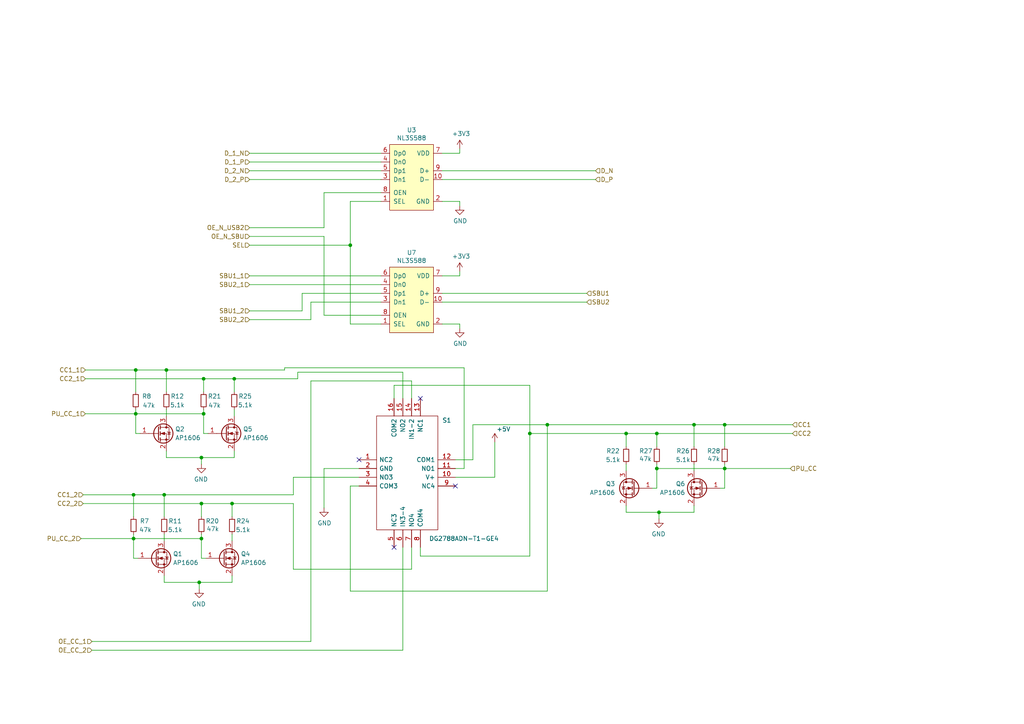
<source format=kicad_sch>
(kicad_sch (version 20231120) (generator "eeschema") (generator_version "8.0")
  (paper "A4")
  (lib_symbols
    (symbol "Device:R_Small" (pin_numbers hide) (pin_names (offset 0.254) hide)
      (property "Reference" "R" (at 0.762 0.508 0))
      (property "Value" "R_Small" (at 0.762 -1.016 0))
      (symbol "R_Small_0_1"
        (rectangle (start -0.762 1.778) (end 0.762 -1.778) (stroke (width 0.2032)))
      )
      (symbol "R_Small_1_1"
        (pin passive line (at 0 2.54 270) (length 0.762) (name "~") (number "1"))
        (pin passive line (at 0 -2.54 90) (length 0.762) (name "~") (number "2"))
      )
    )
    (symbol "Transistor_FET:2N7002" (pin_names hide)
      (property "Reference" "Q" (at 5.08 1.905 0))
      (property "Value" "2N7002" (at 5.08 0 0))
      (symbol "2N7002_0_1"
        (polyline (pts (xy 0.254 0) (xy -2.54 0)))
        (polyline (pts (xy 0.254 1.905) (xy 0.254 -1.905)) (stroke (width 0.254)))
        (polyline (pts (xy 0.762 -1.27) (xy 0.762 -2.286)) (stroke (width 0.254)))
        (polyline (pts (xy 0.762 0.508) (xy 0.762 -0.508)) (stroke (width 0.254)))
        (polyline (pts (xy 0.762 2.286) (xy 0.762 1.27)) (stroke (width 0.254)))
        (polyline (pts (xy 2.54 2.54) (xy 2.54 1.778)))
        (polyline (pts (xy 2.54 -2.54) (xy 2.54 0) (xy 0.762 0)))
        (polyline (pts (xy 0.762 -1.778) (xy 3.302 -1.778) (xy 3.302 1.778) (xy 0.762 1.778)))
        (polyline (pts (xy 1.016 0) (xy 2.032 0.381) (xy 2.032 -0.381) (xy 1.016 0)) (fill (type outline)))
        (polyline (pts (xy 2.794 0.508) (xy 2.921 0.381) (xy 3.683 0.381) (xy 3.81 0.254)))
        (polyline (pts (xy 3.302 0.381) (xy 2.921 -0.254) (xy 3.683 -0.254) (xy 3.302 0.381)))
        (circle (center 1.651 0) (radius 2.794) (stroke (width 0.254)))
        (circle (center 2.54 -1.778) (radius 0.254) (fill (type outline)))
        (circle (center 2.54 1.778) (radius 0.254) (fill (type outline)))
      )
      (symbol "2N7002_1_1"
        (pin input line (at -5.08 0 0) (length 2.54) (name "G") (number "1"))
        (pin passive line (at 2.54 -5.08 90) (length 2.54) (name "S") (number "2"))
        (pin passive line (at 2.54 5.08 270) (length 2.54) (name "D") (number "3"))
      )
    )
    (symbol "USB-TypeC-Switch-rescue:+3.3V-power" (power) (pin_names (offset 0))
      (property "Value" "+3.3V-power" (at 0 3.556 0))
      (symbol "+3.3V-power_0_1"
        (polyline (pts (xy -0.762 1.27) (xy 0 2.54)))
        (polyline (pts (xy 0 0) (xy 0 2.54)))
        (polyline (pts (xy 0 2.54) (xy 0.762 1.27)))
      )
      (symbol "+3.3V-power_1_1"
        (pin power_in line (at 0 0 90) (length 0) hide (name "+3V3") (number "1"))
      )
    )
    (symbol "USB-TypeC-Switch-rescue:DG2788ADN-T1-GE4-DG2788ADN-T1-GE4" (pin_names (offset 0.762))
      (property "Reference" "S" (at 24.13 17.78 0))
      (property "Value" "DG2788ADN-T1-GE4-DG2788ADN-T1-GE4" (at 24.13 15.24 0))
      (symbol "DG2788ADN-T1-GE4-DG2788ADN-T1-GE4_0_0"
        (pin passive line (at 0 0 0) (length 5.08) (name "NC2") (number "1"))
        (pin passive line (at 27.94 -5.08 180) (length 5.08) (name "V+") (number "10"))
        (pin passive line (at 27.94 -2.54 180) (length 5.08) (name "NO1") (number "11"))
        (pin passive line (at 27.94 0 180) (length 5.08) (name "COM1") (number "12"))
        (pin passive line (at 17.78 17.78 270) (length 5.08) (name "NC1") (number "13"))
        (pin passive line (at 15.24 17.78 270) (length 5.08) (name "IN1-2") (number "14"))
        (pin passive line (at 12.7 17.78 270) (length 5.08) (name "NO2") (number "15"))
        (pin passive line (at 10.16 17.78 270) (length 5.08) (name "COM2") (number "16"))
        (pin passive line (at 0 -2.54 0) (length 5.08) (name "GND") (number "2"))
        (pin passive line (at 0 -5.08 0) (length 5.08) (name "NO3") (number "3"))
        (pin passive line (at 0 -7.62 0) (length 5.08) (name "COM3") (number "4"))
        (pin passive line (at 10.16 -25.4 90) (length 5.08) (name "NC3") (number "5"))
        (pin passive line (at 12.7 -25.4 90) (length 5.08) (name "IN3-4") (number "6"))
        (pin passive line (at 15.24 -25.4 90) (length 5.08) (name "NO4") (number "7"))
        (pin passive line (at 17.78 -25.4 90) (length 5.08) (name "COM4") (number "8"))
        (pin passive line (at 27.94 -7.62 180) (length 5.08) (name "NC4") (number "9"))
      )
      (symbol "DG2788ADN-T1-GE4-DG2788ADN-T1-GE4_0_1"
        (polyline (pts (xy 5.08 12.7) (xy 22.86 12.7) (xy 22.86 -20.32) (xy 5.08 -20.32) (xy 5.08 12.7)) (stroke (width 0.1524)))
      )
    )
    (symbol "USB-TypeC-Switch-rescue:NL3S588-NL3S588" (pin_names (offset 1.016))
      (property "Reference" "U" (at -3.81 0 0))
      (property "Value" "NL3S588-NL3S588" (at 3.81 -21.59 0))
      (symbol "NL3S588-NL3S588_0_1"
        (rectangle (start -5.08 -1.27) (end 7.62 -20.32) (fill (type background)))
      )
      (symbol "NL3S588-NL3S588_1_1"
        (pin input line (at -7.62 -17.78 0) (length 2.54) (name "SEL") (number "1"))
        (pin bidirectional line (at 10.16 -11.43 180) (length 2.54) (name "D-") (number "10"))
        (pin power_in line (at 10.16 -17.78 180) (length 2.54) (name "GND") (number "2"))
        (pin bidirectional line (at -7.62 -11.43 0) (length 2.54) (name "Dn1") (number "3"))
        (pin bidirectional line (at -7.62 -6.35 0) (length 2.54) (name "Dn0") (number "4"))
        (pin bidirectional line (at -7.62 -8.89 0) (length 2.54) (name "Dp1") (number "5"))
        (pin bidirectional line (at -7.62 -3.81 0) (length 2.54) (name "Dp0") (number "6"))
        (pin power_in line (at 10.16 -3.81 180) (length 2.54) (name "VDD") (number "7"))
        (pin input line (at -7.62 -15.24 0) (length 2.54) (name "OEN") (number "8"))
        (pin bidirectional line (at 10.16 -8.89 180) (length 2.54) (name "D+") (number "9"))
      )
    )
    (symbol "power:+5V" (power) (pin_names (offset 0))
      (property "Value" "+5V" (at 0 3.556 0))
      (symbol "+5V_0_1"
        (polyline (pts (xy -0.762 1.27) (xy 0 2.54)))
        (polyline (pts (xy 0 0) (xy 0 2.54)))
        (polyline (pts (xy 0 2.54) (xy 0.762 1.27)))
      )
      (symbol "+5V_1_1"
        (pin power_in line (at 0 0 90) (length 0) hide (name "+5V") (number "1"))
      )
    )
    (symbol "power:GND" (power) (pin_names (offset 0))
      (property "Value" "GND" (at 0 -3.81 0))
      (symbol "GND_0_1"
        (polyline (pts (xy 0 0) (xy 0 -1.27) (xy 1.27 -1.27) (xy 0 -2.54) (xy -1.27 -1.27) (xy 0 -1.27)))
      )
      (symbol "GND_1_1"
        (pin power_in line (at 0 0 270) (length 0) hide (name "GND") (number "1"))
      )
    )
  )
  (junction (at 39.37 107.315))
  (junction (at 38.735 156.21))
  (junction (at 190.5 135.89))
  (junction (at 210.185 135.89))
  (junction (at 58.42 146.05))
  (junction (at 67.945 109.855))
  (junction (at 181.61 125.73))
  (junction (at 58.42 132.715))
  (junction (at 47.625 143.51))
  (junction (at 57.785 168.91))
  (junction (at 59.055 120.015))
  (junction (at 38.735 143.51))
  (junction (at 39.37 120.015))
  (junction (at 210.185 123.19))
  (junction (at 158.75 123.19))
  (junction (at 59.055 109.855))
  (junction (at 191.135 148.59))
  (junction (at 201.295 123.19))
  (junction (at 67.31 146.05))
  (junction (at 58.42 156.21))
  (junction (at 190.5 125.73))
  (junction (at 101.6 71.12))
  (junction (at 48.26 107.315))
  (junction (at 153.67 125.73))
  (no_connect (at 114.3 158.75))
  (no_connect (at 132.08 140.97))
  (no_connect (at 104.14 133.35))
  (no_connect (at 121.92 115.57))
  (wire (pts (xy 181.61 148.59) (xy 181.61 146.685)))
  (wire (pts (xy 72.39 82.55) (xy 110.49 82.55)))
  (wire (pts (xy 133.35 80.01) (xy 133.35 78.74)))
  (wire (pts (xy 47.625 167.005) (xy 47.625 168.91)))
  (wire (pts (xy 93.98 66.04) (xy 72.39 66.04)))
  (wire (pts (xy 58.42 154.94) (xy 58.42 156.21)))
  (wire (pts (xy 133.35 44.45) (xy 133.35 43.18)))
  (wire (pts (xy 119.38 165.1) (xy 85.09 165.1)))
  (wire (pts (xy 191.135 148.59) (xy 181.61 148.59)))
  (wire (pts (xy 133.35 58.42) (xy 133.35 59.69)))
  (wire (pts (xy 58.42 132.715) (xy 58.42 134.62)))
  (wire (pts (xy 181.61 134.62) (xy 181.61 136.525)))
  (wire (pts (xy 24.765 107.315) (xy 39.37 107.315)))
  (wire (pts (xy 58.42 161.925) (xy 59.69 161.925)))
  (wire (pts (xy 85.09 143.51) (xy 85.09 138.43)))
  (wire (pts (xy 85.09 146.05) (xy 85.09 165.1)))
  (wire (pts (xy 137.16 133.35) (xy 137.16 123.19)))
  (wire (pts (xy 57.785 168.91) (xy 57.785 170.815)))
  (wire (pts (xy 67.31 146.05) (xy 85.09 146.05)))
  (wire (pts (xy 132.08 133.35) (xy 137.16 133.35)))
  (wire (pts (xy 190.5 135.89) (xy 190.5 141.605)))
  (wire (pts (xy 210.185 123.19) (xy 229.87 123.19)))
  (wire (pts (xy 128.27 80.01) (xy 133.35 80.01)))
  (wire (pts (xy 119.38 115.57) (xy 119.38 110.49)))
  (wire (pts (xy 190.5 134.62) (xy 190.5 135.89)))
  (wire (pts (xy 82.55 106.68) (xy 134.62 106.68)))
  (wire (pts (xy 24.765 109.855) (xy 59.055 109.855)))
  (wire (pts (xy 58.42 132.715) (xy 67.945 132.715)))
  (wire (pts (xy 101.6 93.98) (xy 101.6 71.12)))
  (wire (pts (xy 58.42 146.05) (xy 67.31 146.05)))
  (wire (pts (xy 121.92 158.75) (xy 121.92 161.29)))
  (wire (pts (xy 72.39 68.58) (xy 93.98 68.58)))
  (wire (pts (xy 48.26 107.315) (xy 82.55 107.315)))
  (wire (pts (xy 201.295 123.19) (xy 201.295 129.54)))
  (wire (pts (xy 93.98 55.88) (xy 93.98 66.04)))
  (wire (pts (xy 38.735 143.51) (xy 47.625 143.51)))
  (wire (pts (xy 190.5 135.89) (xy 210.185 135.89)))
  (wire (pts (xy 48.26 130.81) (xy 48.26 132.715)))
  (wire (pts (xy 191.135 148.59) (xy 191.135 150.495)))
  (wire (pts (xy 134.62 106.68) (xy 134.62 135.89)))
  (wire (pts (xy 39.37 107.315) (xy 39.37 113.665)))
  (wire (pts (xy 143.51 138.43) (xy 143.51 128.27)))
  (wire (pts (xy 128.27 44.45) (xy 133.35 44.45)))
  (wire (pts (xy 72.39 71.12) (xy 101.6 71.12)))
  (wire (pts (xy 38.735 161.925) (xy 40.005 161.925)))
  (wire (pts (xy 110.49 93.98) (xy 101.6 93.98)))
  (wire (pts (xy 72.39 49.53) (xy 110.49 49.53)))
  (wire (pts (xy 67.945 109.855) (xy 67.945 113.665)))
  (wire (pts (xy 59.055 109.855) (xy 67.945 109.855)))
  (wire (pts (xy 101.6 58.42) (xy 101.6 71.12)))
  (wire (pts (xy 190.5 141.605) (xy 189.23 141.605)))
  (wire (pts (xy 114.3 115.57) (xy 114.3 111.76)))
  (wire (pts (xy 58.42 132.715) (xy 48.26 132.715)))
  (wire (pts (xy 153.67 125.73) (xy 153.67 161.29)))
  (wire (pts (xy 119.38 158.75) (xy 119.38 165.1)))
  (wire (pts (xy 67.31 168.91) (xy 67.31 167.005)))
  (wire (pts (xy 210.185 135.89) (xy 229.235 135.89)))
  (wire (pts (xy 82.55 106.68) (xy 82.55 107.315)))
  (wire (pts (xy 67.945 118.745) (xy 67.945 120.65)))
  (wire (pts (xy 128.27 87.63) (xy 170.18 87.63)))
  (wire (pts (xy 90.17 92.71) (xy 90.17 87.63)))
  (wire (pts (xy 72.39 92.71) (xy 90.17 92.71)))
  (wire (pts (xy 134.62 135.89) (xy 132.08 135.89)))
  (wire (pts (xy 110.49 44.45) (xy 72.39 44.45)))
  (wire (pts (xy 128.27 93.98) (xy 133.35 93.98)))
  (wire (pts (xy 114.3 111.76) (xy 153.67 111.76)))
  (wire (pts (xy 201.295 146.685) (xy 201.295 148.59)))
  (wire (pts (xy 201.295 123.19) (xy 210.185 123.19)))
  (wire (pts (xy 67.31 154.94) (xy 67.31 156.845)))
  (wire (pts (xy 128.27 85.09) (xy 170.18 85.09)))
  (wire (pts (xy 72.39 46.99) (xy 110.49 46.99)))
  (wire (pts (xy 101.6 171.45) (xy 158.75 171.45)))
  (wire (pts (xy 59.055 120.015) (xy 39.37 120.015)))
  (wire (pts (xy 72.39 52.07) (xy 110.49 52.07)))
  (wire (pts (xy 47.625 143.51) (xy 47.625 149.86)))
  (wire (pts (xy 121.92 161.29) (xy 153.67 161.29)))
  (wire (pts (xy 93.98 135.89) (xy 93.98 147.32)))
  (wire (pts (xy 101.6 140.97) (xy 101.6 171.45)))
  (wire (pts (xy 190.5 125.73) (xy 229.87 125.73)))
  (wire (pts (xy 26.67 186.055) (xy 90.17 186.055)))
  (wire (pts (xy 210.185 135.89) (xy 210.185 141.605)))
  (wire (pts (xy 181.61 125.73) (xy 190.5 125.73)))
  (wire (pts (xy 201.295 134.62) (xy 201.295 136.525)))
  (wire (pts (xy 93.98 91.44) (xy 110.49 91.44)))
  (wire (pts (xy 110.49 58.42) (xy 101.6 58.42)))
  (wire (pts (xy 190.5 125.73) (xy 190.5 129.54)))
  (wire (pts (xy 210.185 134.62) (xy 210.185 135.89)))
  (wire (pts (xy 47.625 143.51) (xy 85.09 143.51)))
  (wire (pts (xy 137.16 123.19) (xy 158.75 123.19)))
  (wire (pts (xy 24.13 146.05) (xy 58.42 146.05)))
  (wire (pts (xy 87.63 85.09) (xy 87.63 90.17)))
  (wire (pts (xy 47.625 154.94) (xy 47.625 156.845)))
  (wire (pts (xy 210.185 123.19) (xy 210.185 129.54)))
  (wire (pts (xy 23.495 156.21) (xy 38.735 156.21)))
  (wire (pts (xy 57.785 168.91) (xy 67.31 168.91)))
  (wire (pts (xy 38.735 156.21) (xy 38.735 161.925)))
  (wire (pts (xy 58.42 156.21) (xy 58.42 161.925)))
  (wire (pts (xy 153.67 125.73) (xy 181.61 125.73)))
  (wire (pts (xy 72.39 80.01) (xy 110.49 80.01)))
  (wire (pts (xy 93.98 55.88) (xy 110.49 55.88)))
  (wire (pts (xy 116.84 107.95) (xy 86.36 107.95)))
  (wire (pts (xy 24.13 143.51) (xy 38.735 143.51)))
  (wire (pts (xy 104.14 140.97) (xy 101.6 140.97)))
  (wire (pts (xy 90.17 110.49) (xy 90.17 186.055)))
  (wire (pts (xy 26.67 188.595) (xy 116.84 188.595)))
  (wire (pts (xy 128.27 52.07) (xy 172.72 52.07)))
  (wire (pts (xy 191.135 148.59) (xy 201.295 148.59)))
  (wire (pts (xy 133.35 93.98) (xy 133.35 95.25)))
  (wire (pts (xy 24.765 120.015) (xy 39.37 120.015)))
  (wire (pts (xy 59.055 125.73) (xy 60.325 125.73)))
  (wire (pts (xy 39.37 118.745) (xy 39.37 120.015)))
  (wire (pts (xy 38.735 143.51) (xy 38.735 149.86)))
  (wire (pts (xy 59.055 120.015) (xy 59.055 125.73)))
  (wire (pts (xy 85.09 138.43) (xy 104.14 138.43)))
  (wire (pts (xy 67.945 109.855) (xy 86.36 109.855)))
  (wire (pts (xy 87.63 90.17) (xy 72.39 90.17)))
  (wire (pts (xy 116.84 158.75) (xy 116.84 188.595)))
  (wire (pts (xy 116.84 115.57) (xy 116.84 107.95)))
  (wire (pts (xy 153.67 111.76) (xy 153.67 125.73)))
  (wire (pts (xy 38.735 154.94) (xy 38.735 156.21)))
  (wire (pts (xy 57.785 168.91) (xy 47.625 168.91)))
  (wire (pts (xy 104.14 135.89) (xy 93.98 135.89)))
  (wire (pts (xy 158.75 171.45) (xy 158.75 123.19)))
  (wire (pts (xy 48.26 107.315) (xy 48.26 113.665)))
  (wire (pts (xy 181.61 125.73) (xy 181.61 129.54)))
  (wire (pts (xy 90.17 110.49) (xy 119.38 110.49)))
  (wire (pts (xy 132.08 138.43) (xy 143.51 138.43)))
  (wire (pts (xy 90.17 87.63) (xy 110.49 87.63)))
  (wire (pts (xy 172.72 49.53) (xy 128.27 49.53)))
  (wire (pts (xy 39.37 120.015) (xy 39.37 125.73)))
  (wire (pts (xy 67.945 132.715) (xy 67.945 130.81)))
  (wire (pts (xy 39.37 107.315) (xy 48.26 107.315)))
  (wire (pts (xy 48.26 118.745) (xy 48.26 120.65)))
  (wire (pts (xy 158.75 123.19) (xy 201.295 123.19)))
  (wire (pts (xy 59.055 109.855) (xy 59.055 113.665)))
  (wire (pts (xy 86.36 107.95) (xy 86.36 109.855)))
  (wire (pts (xy 67.31 146.05) (xy 67.31 149.86)))
  (wire (pts (xy 128.27 58.42) (xy 133.35 58.42)))
  (wire (pts (xy 59.055 118.745) (xy 59.055 120.015)))
  (wire (pts (xy 58.42 156.21) (xy 38.735 156.21)))
  (wire (pts (xy 39.37 125.73) (xy 40.64 125.73)))
  (wire (pts (xy 110.49 85.09) (xy 87.63 85.09)))
  (wire (pts (xy 58.42 146.05) (xy 58.42 149.86)))
  (wire (pts (xy 210.185 141.605) (xy 208.915 141.605)))
  (wire (pts (xy 93.98 68.58) (xy 93.98 91.44)))
  (hierarchical_label "OE_CC_1" (shape input) (at 26.67 186.055 180))
  (hierarchical_label "PU_CC_1" (shape input) (at 24.765 120.015 180))
  (hierarchical_label "CC1_2" (shape input) (at 24.13 143.51 180))
  (hierarchical_label "SBU1_1" (shape input) (at 72.39 80.01 180))
  (hierarchical_label "CC2_2" (shape input) (at 24.13 146.05 180))
  (hierarchical_label "SBU2" (shape input) (at 170.18 87.63 0))
  (hierarchical_label "D_1_N" (shape input) (at 72.39 44.45 180))
  (hierarchical_label "D_1_P" (shape input) (at 72.39 46.99 180))
  (hierarchical_label "CC1" (shape input) (at 229.87 123.19 0))
  (hierarchical_label "CC2_1" (shape input) (at 24.765 109.855 180))
  (hierarchical_label "SBU1" (shape input) (at 170.18 85.09 0))
  (hierarchical_label "SBU1_2" (shape input) (at 72.39 90.17 180))
  (hierarchical_label "SEL" (shape input) (at 72.39 71.12 180))
  (hierarchical_label "OE_N_SBU" (shape input) (at 72.39 68.58 180))
  (hierarchical_label "D_2_N" (shape input) (at 72.39 49.53 180))
  (hierarchical_label "CC2" (shape input) (at 229.87 125.73 0))
  (hierarchical_label "D_P" (shape input) (at 172.72 52.07 0))
  (hierarchical_label "PU_CC_2" (shape input) (at 23.495 156.21 180))
  (hierarchical_label "OE_CC_2" (shape input) (at 26.67 188.595 180))
  (hierarchical_label "CC1_1" (shape input) (at 24.765 107.315 180))
  (hierarchical_label "OE_N_USB2" (shape input) (at 72.39 66.04 180))
  (hierarchical_label "PU_CC" (shape input) (at 229.235 135.89 0))
  (hierarchical_label "SBU2_1" (shape input) (at 72.39 82.55 180))
  (hierarchical_label "D_N" (shape input) (at 172.72 49.53 0))
  (hierarchical_label "SBU2_2" (shape input) (at 72.39 92.71 180))
  (hierarchical_label "D_2_P" (shape input) (at 72.39 52.07 180))
  (symbol (lib_id "USB-TypeC-Switch-rescue:NL3S588-NL3S588") (at 118.11 40.64 0) (unit 1)
    (property "Reference" "U3" (at 119.38 37.719 0))
    (property "Value" "NL3S588" (at 119.38 40.0304 0))
    (property "Footprint" "custom:NL3S588MUTBG" (effects (hide yes)))
  )
  (symbol (lib_id "USB-TypeC-Switch-rescue:NL3S588-NL3S588") (at 118.11 76.2 0) (unit 1)
    (property "Reference" "U7" (at 119.38 73.279 0))
    (property "Value" "NL3S588" (at 119.38 75.5904 0))
    (property "Footprint" "custom:NL3S588MUTBG" (effects (hide yes)))
  )
  (symbol (lib_id "USB-TypeC-Switch-rescue:DG2788ADN-T1-GE4-DG2788ADN-T1-GE4") (at 104.14 133.35 0) (unit 1)
    (property "Reference" "S1" (at 128.27 121.92 0) (effects (justify left)))
    (property "Value" "DG2788ADN-T1-GE4" (at 124.46 156.21 0) (effects (justify left)))
    (property "Footprint" "custom:QFN40P180X260X60-16N-D" (effects (hide yes)))
    (property "Datasheet" "http://www.vishay.com/docs/79391/dg2788a.pdf" (effects (hide yes)))
    (property "Description" "VISHAY - DG2788ADN-T1-GE4 - ANALOGUE SWITCH, 2CH, DPDT, MINI QFN-16" (effects (hide yes)))
    (property "Height" "0.6" (effects (hide yes)))
    (property "Manufacturer_Name" "Vishay" (effects (hide yes)))
    (property "Manufacturer_Part_Number" "DG2788ADN-T1-GE4" (effects (hide yes)))
    (property "Mouser Part Number" "78-DG2788ADN-T1-GE4" (effects (hide yes)))
    (property "Mouser Price/Stock" "https://www.mouser.co.uk/ProductDetail/Vishay-Siliconix/DG2788ADN-T1-GE4?qs=OycAS1CGnlgHGjbW773yQA%3D%3D" (effects (hide yes)))
    (property "Arrow Part Number" "DG2788ADN-T1-GE4" (effects (hide yes)))
    (property "Arrow Price/Stock" "https://www.arrow.com/en/products/dg2788adn-t1-ge4/vishay" (effects (hide yes)))
  )
  (symbol (lib_id "power:+5V") (at 143.51 128.27 0) (unit 1)
    (property "Reference" "#PWR022" (effects (hide yes)))
    (property "Value" "+5V" (at 146.05 124.46 0))
  )
  (symbol (lib_id "power:GND") (at 93.98 147.32 0) (unit 1)
    (property "Reference" "#PWR03" (effects (hide yes)))
    (property "Value" "GND" (at 94.107 151.7142 0))
  )
  (symbol (lib_id "power:GND") (at 133.35 95.25 0) (unit 1)
    (property "Reference" "#PWR021" (effects (hide yes)))
    (property "Value" "GND" (at 133.477 99.6442 0))
  )
  (symbol (lib_id "power:GND") (at 133.35 59.69 0) (unit 1)
    (property "Reference" "#PWR019" (effects (hide yes)))
    (property "Value" "GND" (at 133.477 64.0842 0))
  )
  (symbol (lib_id "USB-TypeC-Switch-rescue:+3.3V-power") (at 133.35 78.74 0) (unit 1)
    (property "Reference" "#PWR020" (effects (hide yes)))
    (property "Value" "+3V3" (at 133.731 74.3458 0))
  )
  (symbol (lib_id "USB-TypeC-Switch-rescue:+3.3V-power") (at 133.35 43.18 0) (unit 1)
    (property "Reference" "#PWR018" (effects (hide yes)))
    (property "Value" "+3V3" (at 133.731 38.7858 0))
  )
  (symbol (lib_id "power:GND") (at 57.785 170.815 0) (mirror y) (unit 1)
    (property "Reference" "#PWR0110" (effects (hide yes)))
    (property "Value" "GND" (at 57.658 175.2092 0))
  )
  (symbol (lib_id "Device:R_Small") (at 67.31 152.4 0) (unit 1)
    (property "Reference" "R24" (at 70.485 151.13 0))
    (property "Value" "5.1k" (at 70.485 153.67 0))
    (property "Footprint" "Resistor_SMD:R_0402_1005Metric" (effects (hide yes)))
  )
  (symbol (lib_id "Device:R_Small") (at 181.61 132.08 0) (mirror y) (unit 1)
    (property "Reference" "R22" (at 177.8 130.81 0))
    (property "Value" "5.1k" (at 177.8 133.35 0))
    (property "Footprint" "Resistor_SMD:R_0402_1005Metric" (effects (hide yes)))
  )
  (symbol (lib_id "Device:R_Small") (at 58.42 152.4 0) (unit 1)
    (property "Reference" "R20" (at 61.595 151.13 0))
    (property "Value" "47k" (at 61.722 153.416 0))
    (property "Footprint" "Resistor_SMD:R_0402_1005Metric" (effects (hide yes)))
  )
  (symbol (lib_id "Transistor_FET:2N7002") (at 65.405 125.73 0) (unit 1)
    (property "Reference" "Q5" (at 70.485 124.46 0) (effects (justify left)))
    (property "Value" "AP1606" (at 70.485 127 0) (effects (justify left)))
    (property "Footprint" "Package_DFN_QFN:Diodes_DFN1006-3" (effects (hide yes)))
    (property "Datasheet" "https://www.onsemi.com/pub/Collateral/NDS7002A-D.PDF" (effects (hide yes)))
  )
  (symbol (lib_id "Device:R_Small") (at 201.295 132.08 0) (mirror y) (unit 1)
    (property "Reference" "R26" (at 198.12 130.81 0))
    (property "Value" "5.1k" (at 198.12 133.35 0))
    (property "Footprint" "Resistor_SMD:R_0402_1005Metric" (effects (hide yes)))
  )
  (symbol (lib_id "Device:R_Small") (at 47.625 152.4 0) (unit 1)
    (property "Reference" "R11" (at 50.8 151.13 0))
    (property "Value" "5.1k" (at 50.8 153.67 0))
    (property "Footprint" "Resistor_SMD:R_0402_1005Metric" (effects (hide yes)))
  )
  (symbol (lib_id "power:GND") (at 191.135 150.495 0) (mirror y) (unit 1)
    (property "Reference" "#PWR0108" (effects (hide yes)))
    (property "Value" "GND" (at 191.008 154.8892 0))
  )
  (symbol (lib_id "Device:R_Small") (at 39.37 116.205 0) (unit 1)
    (property "Reference" "R8" (at 42.545 114.935 0))
    (property "Value" "47k" (at 43.18 117.602 0))
    (property "Footprint" "Resistor_SMD:R_0402_1005Metric" (effects (hide yes)))
  )
  (symbol (lib_id "Device:R_Small") (at 48.26 116.205 0) (unit 1)
    (property "Reference" "R12" (at 51.435 114.935 0))
    (property "Value" "5.1k" (at 51.435 117.475 0))
    (property "Footprint" "Resistor_SMD:R_0402_1005Metric" (effects (hide yes)))
  )
  (symbol (lib_id "Transistor_FET:2N7002") (at 45.085 161.925 0) (unit 1)
    (property "Reference" "Q1" (at 50.165 160.655 0) (effects (justify left)))
    (property "Value" "AP1606" (at 50.165 163.195 0) (effects (justify left)))
    (property "Footprint" "Package_DFN_QFN:Diodes_DFN1006-3" (effects (hide yes)))
    (property "Datasheet" "https://www.onsemi.com/pub/Collateral/NDS7002A-D.PDF" (effects (hide yes)))
  )
  (symbol (lib_id "Device:R_Small") (at 67.945 116.205 0) (unit 1)
    (property "Reference" "R25" (at 71.12 114.935 0))
    (property "Value" "5.1k" (at 71.12 117.475 0))
    (property "Footprint" "Resistor_SMD:R_0402_1005Metric" (effects (hide yes)))
  )
  (symbol (lib_id "Transistor_FET:2N7002") (at 184.15 141.605 0) (mirror y) (unit 1)
    (property "Reference" "Q3" (at 178.435 140.335 0) (effects (justify left)))
    (property "Value" "AP1606" (at 178.435 142.875 0) (effects (justify left)))
    (property "Footprint" "Package_DFN_QFN:Diodes_DFN1006-3" (effects (hide yes)))
    (property "Datasheet" "https://www.onsemi.com/pub/Collateral/NDS7002A-D.PDF" (effects (hide yes)))
  )
  (symbol (lib_id "Device:R_Small") (at 38.735 152.4 0) (unit 1)
    (property "Reference" "R7" (at 41.91 151.13 0))
    (property "Value" "47k" (at 42.164 153.67 0))
    (property "Footprint" "Resistor_SMD:R_0402_1005Metric" (effects (hide yes)))
  )
  (symbol (lib_id "Device:R_Small") (at 59.055 116.205 0) (unit 1)
    (property "Reference" "R21" (at 62.23 114.935 0))
    (property "Value" "47k" (at 62.23 117.602 0))
    (property "Footprint" "Resistor_SMD:R_0402_1005Metric" (effects (hide yes)))
  )
  (symbol (lib_id "Transistor_FET:2N7002") (at 64.77 161.925 0) (unit 1)
    (property "Reference" "Q4" (at 69.85 160.655 0) (effects (justify left)))
    (property "Value" "AP1606" (at 69.85 163.195 0) (effects (justify left)))
    (property "Footprint" "Package_DFN_QFN:Diodes_DFN1006-3" (effects (hide yes)))
    (property "Datasheet" "https://www.onsemi.com/pub/Collateral/NDS7002A-D.PDF" (effects (hide yes)))
  )
  (symbol (lib_id "Device:R_Small") (at 190.5 132.08 0) (mirror y) (unit 1)
    (property "Reference" "R27" (at 187.325 130.81 0))
    (property "Value" "47k" (at 187.198 133.096 0))
    (property "Footprint" "Resistor_SMD:R_0402_1005Metric" (effects (hide yes)))
  )
  (symbol (lib_id "power:GND") (at 58.42 134.62 0) (mirror y) (unit 1)
    (property "Reference" "#PWR0109" (effects (hide yes)))
    (property "Value" "GND" (at 58.293 139.0142 0))
  )
  (symbol (lib_id "Device:R_Small") (at 210.185 132.08 0) (mirror y) (unit 1)
    (property "Reference" "R28" (at 207.01 130.81 0))
    (property "Value" "47k" (at 207.01 133.096 0))
    (property "Footprint" "Resistor_SMD:R_0402_1005Metric" (effects (hide yes)))
  )
  (symbol (lib_id "Transistor_FET:2N7002") (at 203.835 141.605 0) (mirror y) (unit 1)
    (property "Reference" "Q6" (at 198.755 140.335 0) (effects (justify left)))
    (property "Value" "AP1606" (at 198.755 142.875 0) (effects (justify left)))
    (property "Footprint" "Package_DFN_QFN:Diodes_DFN1006-3" (effects (hide yes)))
    (property "Datasheet" "https://www.onsemi.com/pub/Collateral/NDS7002A-D.PDF" (effects (hide yes)))
  )
  (symbol (lib_id "Transistor_FET:2N7002") (at 45.72 125.73 0) (unit 1)
    (property "Reference" "Q2" (at 50.8 124.46 0) (effects (justify left)))
    (property "Value" "AP1606" (at 50.8 127 0) (effects (justify left)))
    (property "Footprint" "Package_DFN_QFN:Diodes_DFN1006-3" (effects (hide yes)))
    (property "Datasheet" "https://www.onsemi.com/pub/Collateral/NDS7002A-D.PDF" (effects (hide yes)))
  )
)
</source>
